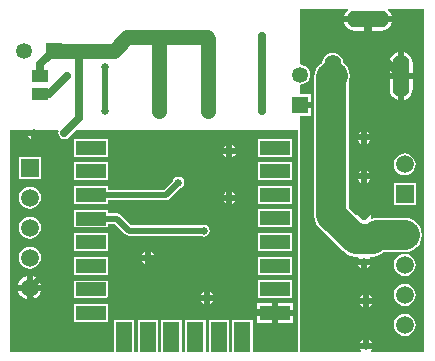
<source format=gbl>
%FSDAX24Y24*%
%MOMM*%
%SFA1B1*%

%IPPOS*%
%ADD14R,1.400048X1.100074*%
%ADD18C,1.270000*%
%ADD19C,0.635000*%
%ADD20C,0.508000*%
%ADD21R,2.540000X1.143000*%
%ADD22R,1.397000X2.540000*%
%ADD23C,1.350010*%
%ADD24R,1.350010X1.350010*%
%ADD25R,1.350010X1.350010*%
%ADD26C,1.500124*%
%ADD27R,1.500124X1.500124*%
%ADD28O,1.400048X3.599942*%
%ADD29O,3.599942X1.400048*%
%ADD30C,0.635000*%
%ADD31C,2.540000*%
%LNesp8266_amp_smd-1*%
%LPD*%
G36*
X244386Y002540D02*
X206375D01*
Y029464*
X188849*
Y002540*
X186563*
Y029464*
X169037*
Y002540*
X166751*
Y029464*
X149225*
Y002540*
X146431*
Y029464*
X128905*
Y002540*
X126619*
Y029464*
X109093*
Y002540*
X106299*
Y029464*
X088773*
Y002540*
X001270*
Y190500*
X041445*
X042250Y189517*
X041940Y187960*
X042324Y186027*
X043418Y184388*
X045057Y183294*
X046990Y182910*
X048922Y183294*
X050561Y184388*
X056672Y190500*
X244386*
Y002540*
G37*
G36*
X351790D02*
X306806D01*
X306207Y003660*
X307256Y005229*
X296903*
X297952Y003660*
X297355Y002540*
X246199*
Y202801*
X255668*
Y209550*
X246380*
Y214630*
X255668*
Y221378*
X246199*
Y228729*
X246380Y228889*
X248607Y229181*
X250680Y230040*
X252463Y231406*
X253829Y233189*
X254688Y235264*
X254982Y237490*
X254688Y239715*
X253829Y241790*
X252463Y243573*
X250680Y244939*
X248607Y245798*
X246380Y246090*
X246199Y246250*
Y293370*
X287487*
X287896Y292166*
X286405Y291023*
X284876Y289031*
X283936Y286760*
X324485*
X323542Y289031*
X322013Y291023*
X320522Y292166*
X320931Y293370*
X351790*
Y002540*
G37*
%LNesp8266_amp_smd-2*%
%LPC*%
G36*
X083820Y082931D02*
X054864D01*
Y067945*
X083820*
Y082931*
G37*
G36*
X335099Y085707D02*
X332679Y085389D01*
X330420Y084455*
X328482Y082966*
X326994Y081028*
X326059Y078773*
X325742Y076349*
X326059Y073926*
X326994Y071671*
X328482Y069733*
X330420Y068244*
X332679Y067310*
X335099Y066992*
X337522Y067310*
X339778Y068244*
X341716Y069733*
X343204Y071671*
X344139Y073926*
X344457Y076349*
X344139Y078773*
X343204Y081028*
X341716Y082966*
X339778Y084455*
X337522Y085389*
X335099Y085707*
G37*
G36*
X017780Y091907D02*
X015356Y091589D01*
X013101Y090655*
X011163Y089166*
X009674Y087228*
X008740Y084973*
X008422Y082550*
X008740Y080126*
X009674Y077871*
X011163Y075933*
X013101Y074444*
X015356Y073510*
X017780Y073192*
X020203Y073510*
X022458Y074444*
X024396Y075933*
X025885Y077871*
X026819Y080126*
X027137Y082550*
X026819Y084973*
X025885Y087228*
X024396Y089166*
X022458Y090655*
X020203Y091589*
X017780Y091907*
G37*
G36*
X240030Y083185D02*
X211074D01*
Y068199*
X240030*
Y083185*
G37*
G36*
X165100Y053436D02*
X163520Y052379D01*
X162463Y050800*
X165100*
Y053436*
G37*
G36*
X304619Y051046D02*
Y048409D01*
X307256*
X306199Y049989*
X304619Y051046*
G37*
G36*
X170180Y053436D02*
Y050800D01*
X172816*
X171759Y052379*
X170180Y053436*
G37*
G36*
X020320Y066941D02*
Y059690D01*
X027571*
X027561Y059771*
X026550Y062212*
X024940Y064310*
X022842Y065920*
X020401Y066931*
X020320Y066941*
G37*
G36*
X015240D02*
X015158Y066931D01*
X012717Y065920*
X010619Y064310*
X009009Y062212*
X007998Y059771*
X007988Y059690*
X015240*
Y066941*
G37*
G36*
X120650Y087726D02*
Y085090D01*
X123286*
X122229Y086669*
X120650Y087726*
G37*
G36*
X115570D02*
X113990Y086669D01*
X112933Y085090*
X115570*
Y087726*
G37*
G36*
X240030Y102997D02*
X211074D01*
Y088011*
X240030*
Y102997*
G37*
G36*
X084074D02*
X055118D01*
Y088011*
X084074*
Y102997*
G37*
G36*
X274210Y256072D02*
X271917Y255772D01*
X269783Y254886*
X267949Y253481*
X266542Y251647*
X265658Y249511*
X265422Y247726*
X263883Y246545*
X262724Y245386*
X260403Y242361*
X258945Y238838*
X258447Y235059*
Y118513*
X258945Y114734*
X260403Y111213*
X262724Y108188*
X283171Y087741*
X286197Y085420*
X287228Y084993*
X289717Y083962*
X293497Y083464*
X295645*
X296245Y082344*
X295633Y081429*
X305986*
X305376Y082344*
X305973Y083464*
X308122*
X311901Y083962*
X315422Y085420*
X317672Y087147*
X335099*
X338879Y087645*
X342402Y089103*
X345424Y091424*
X347746Y094449*
X349204Y097970*
X349702Y101749*
X349204Y105529*
X347746Y109052*
X345424Y112074*
X342402Y114396*
X338879Y115854*
X335099Y116352*
X311805*
X308025Y115854*
X307464Y115623*
X306481Y116428*
X306816Y118110*
X306372Y120340*
X305109Y122229*
X303530Y123286*
Y118110*
X298450*
Y123286*
X296870Y122229*
X295607Y120340*
X295249Y118549*
X294035Y118181*
X287652Y124564*
Y230840*
X288315Y232440*
X288813Y236220*
X288315Y239999*
X286857Y243522*
X284535Y246545*
X282996Y247726*
X282762Y249511*
X281876Y251647*
X280471Y253481*
X278635Y254886*
X276501Y255772*
X274210Y256072*
G37*
G36*
X305986Y076349D02*
X303349D01*
Y073713*
X304929Y074769*
X305986Y076349*
G37*
G36*
X298269D02*
X295633D01*
X296689Y074769*
X298269Y073713*
Y076349*
G37*
G36*
X123286Y080010D02*
X120650D01*
Y077373*
X122229Y078430*
X123286Y080010*
G37*
G36*
X115570D02*
X112933D01*
X113990Y078430*
X115570Y077373*
Y080010*
G37*
G36*
X223012Y044069D02*
X210312D01*
Y038354*
X223012*
Y044069*
G37*
G36*
X083820Y043053D02*
X054864D01*
Y028067*
X083820*
Y043053*
G37*
G36*
X299539Y043329D02*
X296903D01*
X297959Y041749*
X299539Y040693*
Y043329*
G37*
G36*
X240792Y044069D02*
X228092D01*
Y038354*
X240792*
Y044069*
G37*
G36*
Y033274D02*
X228092D01*
Y027559*
X240792*
Y033274*
G37*
G36*
X304619Y012946D02*
Y010309D01*
X307256*
X306199Y011889*
X304619Y012946*
G37*
G36*
X299539D02*
X297959Y011889D01*
X296903Y010309*
X299539*
Y012946*
G37*
G36*
X223012Y033274D02*
X210312D01*
Y027559*
X223012*
Y033274*
G37*
G36*
X335099Y034907D02*
X332679Y034589D01*
X330420Y033655*
X328482Y032166*
X326994Y030228*
X326059Y027973*
X325742Y025549*
X326059Y023126*
X326994Y020871*
X328482Y018933*
X330420Y017444*
X332679Y016510*
X335099Y016192*
X337522Y016510*
X339778Y017444*
X341716Y018933*
X343204Y020871*
X344139Y023126*
X344457Y025549*
X344139Y027973*
X343204Y030228*
X341716Y032166*
X339778Y033655*
X337522Y034589*
X335099Y034907*
G37*
G36*
X083820Y063119D02*
X054864D01*
Y048133*
X083820*
Y063119*
G37*
G36*
X027571Y054610D02*
X020320D01*
Y047358*
X020401Y047368*
X022842Y048379*
X024940Y049989*
X026550Y052087*
X027561Y054528*
X027571Y054610*
G37*
G36*
X299539Y051046D02*
X297959Y049989D01*
X296903Y048409*
X299539*
Y051046*
G37*
G36*
X240030Y063373D02*
X211074D01*
Y048387*
X240030*
Y063373*
G37*
G36*
X015240Y054610D02*
X007988D01*
X007998Y054528*
X009009Y052087*
X010619Y049989*
X012717Y048379*
X015158Y047368*
X015240Y047358*
Y054610*
G37*
G36*
X335099Y060307D02*
X332679Y059989D01*
X330420Y059055*
X328482Y057566*
X326994Y055628*
X326059Y053373*
X325742Y050949*
X326059Y048526*
X326994Y046271*
X328482Y044333*
X330420Y042844*
X332679Y041910*
X335099Y041592*
X337522Y041910*
X339778Y042844*
X341716Y044333*
X343204Y046271*
X344139Y048526*
X344457Y050949*
X344139Y053373*
X343204Y055628*
X341716Y057566*
X339778Y059055*
X337522Y059989*
X335099Y060307*
G37*
G36*
X307256Y043329D02*
X304619D01*
Y040693*
X306199Y041749*
X307256Y043329*
G37*
G36*
X172816Y045720D02*
X170180D01*
Y043083*
X171759Y044140*
X172816Y045720*
G37*
G36*
X165100D02*
X162463D01*
X163520Y044140*
X165100Y043083*
Y045720*
G37*
G36*
X017780Y117307D02*
X015356Y116989D01*
X013101Y116055*
X011163Y114566*
X009674Y112628*
X008740Y110373*
X008422Y107950*
X008740Y105526*
X009674Y103271*
X011163Y101333*
X013101Y099844*
X015356Y098910*
X017780Y098592*
X020203Y098910*
X022458Y099844*
X024396Y101333*
X025885Y103271*
X026819Y105526*
X027137Y107950*
X026819Y110373*
X025885Y112628*
X024396Y114566*
X022458Y116055*
X020203Y116989*
X017780Y117307*
G37*
G36*
X298269Y181759D02*
X295633D01*
X296689Y180179*
X298269Y179123*
Y181759*
G37*
G36*
X189349Y177896D02*
Y175260D01*
X191985*
X190929Y176839*
X189349Y177896*
G37*
G36*
X019050Y185420D02*
X016413D01*
X017470Y183840*
X019050Y182783*
Y185420*
G37*
G36*
X305986Y181759D02*
X303349D01*
Y179123*
X304929Y180179*
X305986Y181759*
G37*
G36*
X184269Y177896D02*
X182689Y176839D01*
X181632Y175260*
X184269*
Y177896*
G37*
G36*
X191985Y170180D02*
X189349D01*
Y167543*
X190929Y168600*
X191985Y170180*
G37*
G36*
X184269D02*
X181632D01*
X182689Y168600*
X184269Y167543*
Y170180*
G37*
G36*
X240030Y183007D02*
X211074D01*
Y168021*
X240030*
Y183007*
G37*
G36*
X084074D02*
X055118D01*
Y168021*
X084074*
Y183007*
G37*
G36*
X334749Y256494D02*
Y238760D01*
X341833*
Y247220*
X341505Y249709*
X340542Y252031*
X339013Y254025*
X337019Y255551*
X334749Y256494*
G37*
G36*
X329669D02*
X327398Y255551D01*
X325407Y254025*
X323877Y252031*
X322915Y249709*
X322587Y247220*
Y238760*
X329669*
Y256494*
G37*
G36*
X324485Y281680D02*
X306750D01*
Y274596*
X315208*
X317700Y274924*
X320022Y275887*
X322013Y277416*
X323542Y279407*
X324485Y281680*
G37*
G36*
X301670D02*
X283936D01*
X284876Y279407*
X286405Y277416*
X288399Y275887*
X290718Y274924*
X293209Y274596*
X301670*
Y281680*
G37*
G36*
X341833Y233680D02*
X334749D01*
Y215945*
X337019Y216885*
X339013Y218417*
X340542Y220408*
X341505Y222730*
X341833Y225219*
Y233680*
G37*
G36*
X298269Y189476D02*
X296689Y188419D01*
X295633Y186839*
X298269*
Y189476*
G37*
G36*
X026766Y185420D02*
X024130D01*
Y182783*
X025709Y183840*
X026766Y185420*
G37*
G36*
X329669Y233680D02*
X322587D01*
Y225219*
X322915Y222730*
X323877Y220408*
X325407Y218417*
X327398Y216885*
X329669Y215945*
Y233680*
G37*
G36*
X303349Y189476D02*
Y186839D01*
X305986*
X304929Y188419*
X303349Y189476*
G37*
G36*
X191985Y130810D02*
X189349D01*
Y128173*
X190929Y129230*
X191985Y130810*
G37*
G36*
X184269D02*
X181632D01*
X182689Y129230*
X184269Y128173*
Y130810*
G37*
G36*
X189349Y138526D02*
Y135890D01*
X191985*
X190929Y137469*
X189349Y138526*
G37*
G36*
X184269D02*
X182689Y137469D01*
X181632Y135890*
X184269*
Y138526*
G37*
G36*
X240030Y143129D02*
X211074D01*
Y128143*
X240030*
Y143129*
G37*
G36*
Y123317D02*
X211074D01*
Y108331*
X240030*
Y123317*
G37*
G36*
X084074Y123063D02*
X055118D01*
Y108077*
X084074*
Y111168*
X089616*
X098485Y102295*
X099915Y101343*
X101600Y101008*
X162773*
X163167Y100744*
X165100Y100360*
X167032Y100744*
X168671Y101838*
X169765Y103477*
X170149Y105410*
X169765Y107342*
X168671Y108981*
X167032Y110075*
X165100Y110459*
X163167Y110075*
X162773Y109811*
X103423*
X094554Y118684*
X093124Y119636*
X091440Y119971*
X084074*
Y123063*
G37*
G36*
X344378Y145318D02*
X325821D01*
Y126761*
X344378*
Y145318*
G37*
G36*
X017780Y142707D02*
X015356Y142389D01*
X013101Y141455*
X011163Y139966*
X009674Y138028*
X008740Y135773*
X008422Y133350*
X008740Y130926*
X009674Y128671*
X011163Y126733*
X013101Y125244*
X015356Y124310*
X017780Y123992*
X020203Y124310*
X022458Y125244*
X024396Y126733*
X025885Y128671*
X026819Y130926*
X027137Y133350*
X026819Y135773*
X025885Y138028*
X024396Y139966*
X022458Y141455*
X020203Y142389*
X017780Y142707*
G37*
G36*
X335099Y170797D02*
X332679Y170479D01*
X330420Y169545*
X328482Y168056*
X326994Y166118*
X326059Y163863*
X325742Y161439*
X326059Y159019*
X326994Y156761*
X328482Y154823*
X330420Y153334*
X332679Y152400*
X335099Y152082*
X337522Y152400*
X339778Y153334*
X341716Y154823*
X343204Y156761*
X344139Y159019*
X344457Y161439*
X344139Y163863*
X343204Y166118*
X341716Y168056*
X339778Y169545*
X337522Y170479*
X335099Y170797*
G37*
G36*
X027058Y168028D02*
X008501D01*
Y149471*
X027058*
Y168028*
G37*
G36*
X303349Y156456D02*
Y153819D01*
X305986*
X304929Y155399*
X303349Y156456*
G37*
G36*
X298269D02*
X296689Y155399D01*
X295633Y153819*
X298269*
Y156456*
G37*
G36*
X240030Y163195D02*
X211074D01*
Y148209*
X240030*
Y163195*
G37*
G36*
X298269Y148739D02*
X295633D01*
X296689Y147159*
X298269Y146103*
Y148739*
G37*
G36*
X143510Y151099D02*
X141577Y150715D01*
X139938Y149621*
X138844Y147982*
X138752Y147518*
X131018Y139783*
X084074*
Y142875*
X055118*
Y127889*
X084074*
Y130980*
X132842*
X134526Y131315*
X135956Y132267*
X144978Y141292*
X145442Y141384*
X147081Y142478*
X148175Y144117*
X148559Y146050*
X148175Y147982*
X147081Y149621*
X145442Y150715*
X143510Y151099*
G37*
G36*
X084074Y163195D02*
X055118D01*
Y148209*
X084074*
Y163195*
G37*
G36*
X305986Y148739D02*
X303349D01*
Y146103*
X304929Y147159*
X305986Y148739*
G37*
%LNesp8266_amp_smd-3*%
%LPD*%
G54D14*
X026670Y221099D03*
Y236100D03*
G54D18*
X059690Y257810D02*
X088900D01*
X038100D02*
X059690D01*
X127000Y207010D02*
Y269240D01*
X168910Y207010D02*
Y267970D01*
X167640Y269240D02*
X168910Y267970D01*
X127000Y269240D02*
X167640D01*
X100330D02*
X127000D01*
X088900Y257810D02*
X100330Y269240D01*
G54D19*
X034409Y221099D02*
X049530Y236220D01*
X026670Y221099D02*
X034409D01*
X026670Y246380D02*
X038100Y257810D01*
X026670Y236100D02*
Y246380D01*
X059690Y200660D02*
Y257810D01*
X046990Y187960D02*
X059690Y200660D01*
X295910Y123190D02*
X300990Y118110D01*
X306070Y123190*
X214630Y207010D02*
Y270510D01*
X304210Y264220D02*
X332209Y236220D01*
X304210Y264220D02*
Y284220D01*
G54D20*
X132842Y135382D02*
X143510Y146050D01*
X069596Y135382D02*
X132842D01*
X121920Y048260D02*
X167640D01*
X086497D02*
X121920D01*
Y078740*
X118110Y082550D02*
X121920Y078740D01*
X187960Y048260D02*
X196850D01*
X167640D02*
X187960D01*
X186809Y049410D02*
X187960Y048260D01*
X186809Y049410D02*
Y133350D01*
X101600Y105410D02*
X165100D01*
X186809Y133350D02*
Y172720D01*
X017780Y057150D02*
X038100Y077470D01*
Y171450*
X021590Y187960D02*
X038100Y171450D01*
X083830Y045593D02*
X086497Y048260D01*
X020447Y045593D02*
X083830D01*
X017780Y048260D02*
X020447Y045593D01*
X017780Y048260D02*
Y057150D01*
X081280Y207010D02*
Y243840D01*
X069596Y115570D02*
X091440D01*
X101600Y105410*
X196850Y048260D02*
X208280Y036830D01*
X224536*
X225552Y035814*
G54D21*
X069596Y175514D03*
Y155702D03*
Y135382D03*
Y115570D03*
Y095504D03*
X069342Y075438D03*
Y055626D03*
X225552Y035814D03*
Y075692D03*
Y095504D03*
Y115824D03*
Y135636D03*
Y155702D03*
Y175514D03*
X069342Y035560D03*
X225552Y055880D03*
G54D22*
X097536Y014986D03*
X117856D03*
X137668D03*
X157988D03*
X177800D03*
X197612D03*
G54D23*
X012700Y257810D03*
X246380Y237490D03*
G54D24*
X038100Y257810D03*
G54D25*
X246380Y212090D03*
G54D26*
X017780Y057150D03*
Y082550D03*
Y107950D03*
Y133350D03*
X335099Y161439D03*
Y025549D03*
Y050949D03*
Y076349D03*
G54D27*
X017780Y158750D03*
X335099Y136039D03*
Y101749D03*
G54D28*
X332209Y236220D03*
X274210D03*
G54D29*
X304210Y284220D03*
G54D30*
X049530Y236220D03*
X143510Y146050D03*
X118110Y082550D03*
X167640Y048260D03*
X165100Y105410D03*
X186809Y133350D03*
Y172720D03*
X214630Y270510D03*
Y207010D03*
X021590Y187960D03*
X046990D03*
X081280Y207010D03*
Y243840D03*
X127000Y207010D03*
X168910D03*
X167640Y269240D03*
X127000D03*
X300809Y184299D03*
X300990Y118110D03*
X300809Y151279D03*
X302079Y007769D03*
Y045869D03*
X300809Y078889D03*
G54D31*
X273050Y235059D02*
X274210Y236220D01*
X273050Y118513D02*
Y235059D01*
Y118513D02*
X293497Y098066D01*
X308122*
X311805Y101749*
X335099*
M02*
</source>
